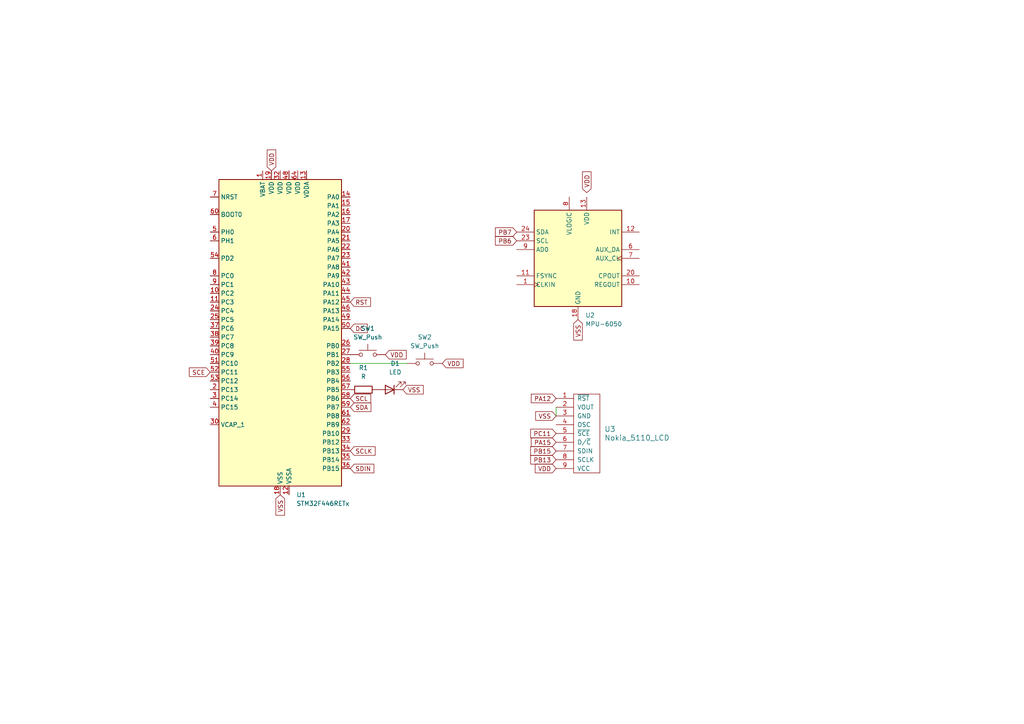
<source format=kicad_sch>
(kicad_sch (version 20250114) (generator "eeschema") (generator_version "9.0")
  (paper "A4")
  (title_block (title "Jogo do \"Mestre Mandou\"") (date "2025-06-05") (company "Fundação Escola Técnica Liberato Salzano Vieira da Cunha") (comment 1 "Marcos Zuccolotto") (comment 2 "Sistemas Microprocessados II") (comment 3 "Turma: 4411") (comment 4 "Alunos: João Pedro e Lucas Welter"))
  (lib_symbols
    (symbol "Device:LED" (pin_numbers (hide yes)) (pin_names (offset 1.016) (hide yes))
      (property "Reference" "D" (at 0 2.54 0))
      (property "Value" "LED" (at 0 -2.54 0))
      (symbol "LED_0_1"
        (polyline (pts (xy -3.048 -0.762) (xy -4.572 -2.286) (xy -3.81 -2.286) (xy -4.572 -2.286) (xy -4.572 -1.524)))
        (polyline (pts (xy -1.778 -0.762) (xy -3.302 -2.286) (xy -2.54 -2.286) (xy -3.302 -2.286) (xy -3.302 -1.524)))
        (polyline (pts (xy -1.27 0) (xy 1.27 0)))
        (polyline (pts (xy -1.27 -1.27) (xy -1.27 1.27)) (stroke (width 0.254)))
        (polyline (pts (xy 1.27 -1.27) (xy 1.27 1.27) (xy -1.27 0) (xy 1.27 -1.27)) (stroke (width 0.254)))
      )
      (symbol "LED_1_1"
        (pin passive line (at -3.81 0 0) (length 2.54) (name "K") (number "1"))
        (pin passive line (at 3.81 0 180) (length 2.54) (name "A") (number "2"))
      )
    )
    (symbol "Device:R" (pin_numbers (hide yes)) (pin_names (offset 0))
      (property "Reference" "R" (at 2.032 0 90))
      (property "Value" "R" (at 0 0 90))
      (symbol "R_0_1"
        (rectangle (start -1.016 -2.54) (end 1.016 2.54) (stroke (width 0.254)))
      )
      (symbol "R_1_1"
        (pin passive line (at 0 3.81 270) (length 1.27) (name "~") (number "1"))
        (pin passive line (at 0 -3.81 90) (length 1.27) (name "~") (number "2"))
      )
    )
    (symbol "MCU_ST_STM32F4:STM32F446RETx"
      (property "Reference" "U" (at -17.78 46.99 0))
      (property "Value" "STM32F446RETx" (at 10.16 46.99 0))
      (symbol "STM32F446RETx_0_1"
        (rectangle (start -17.78 -43.18) (end 17.78 45.72) (stroke (width 0.254)) (fill (type background)))
      )
      (symbol "STM32F446RETx_1_1"
        (pin input line (at -20.32 40.64 0) (length 2.54) (name "NRST") (number "7"))
        (pin input line (at -20.32 35.56 0) (length 2.54) (name "BOOT0") (number "60"))
        (pin bidirectional line (at -20.32 30.48 0) (length 2.54) (name "PH0") (number "5"))
        (pin bidirectional line (at -20.32 27.94 0) (length 2.54) (name "PH1") (number "6"))
        (pin bidirectional line (at -20.32 22.86 0) (length 2.54) (name "PD2") (number "54"))
        (pin bidirectional line (at -20.32 17.78 0) (length 2.54) (name "PC0") (number "8"))
        (pin bidirectional line (at -20.32 15.24 0) (length 2.54) (name "PC1") (number "9"))
        (pin bidirectional line (at -20.32 12.7 0) (length 2.54) (name "PC2") (number "10"))
        (pin bidirectional line (at -20.32 10.16 0) (length 2.54) (name "PC3") (number "11"))
        (pin bidirectional line (at -20.32 7.62 0) (length 2.54) (name "PC4") (number "24"))
        (pin bidirectional line (at -20.32 5.08 0) (length 2.54) (name "PC5") (number "25"))
        (pin bidirectional line (at -20.32 2.54 0) (length 2.54) (name "PC6") (number "37"))
        (pin bidirectional line (at -20.32 0 0) (length 2.54) (name "PC7") (number "38"))
        (pin bidirectional line (at -20.32 -2.54 0) (length 2.54) (name "PC8") (number "39"))
        (pin bidirectional line (at -20.32 -5.08 0) (length 2.54) (name "PC9") (number "40"))
        (pin bidirectional line (at -20.32 -7.62 0) (length 2.54) (name "PC10") (number "51"))
        (pin bidirectional line (at -20.32 -10.16 0) (length 2.54) (name "PC11") (number "52"))
        (pin bidirectional line (at -20.32 -12.7 0) (length 2.54) (name "PC12") (number "53"))
        (pin bidirectional line (at -20.32 -15.24 0) (length 2.54) (name "PC13") (number "2"))
        (pin bidirectional line (at -20.32 -17.78 0) (length 2.54) (name "PC14") (number "3"))
        (pin bidirectional line (at -20.32 -20.32 0) (length 2.54) (name "PC15") (number "4"))
        (pin power_out line (at -20.32 -25.4 0) (length 2.54) (name "VCAP_1") (number "30"))
        (pin power_in line (at -5.08 48.26 270) (length 2.54) (name "VBAT") (number "1"))
        (pin power_in line (at -2.54 48.26 270) (length 2.54) (name "VDD") (number "19"))
        (pin power_in line (at 0 48.26 270) (length 2.54) (name "VDD") (number "32"))
        (pin power_in line (at 0 -45.72 90) (length 2.54) (name "VSS") (number "18"))
        (pin passive line (at 0 -45.72 90) (length 2.54) (hide yes) (name "VSS") (number "31"))
        (pin passive line (at 0 -45.72 90) (length 2.54) (hide yes) (name "VSS") (number "47"))
        (pin passive line (at 0 -45.72 90) (length 2.54) (hide yes) (name "VSS") (number "63"))
        (pin power_in line (at 2.54 48.26 270) (length 2.54) (name "VDD") (number "48"))
        (pin power_in line (at 2.54 -45.72 90) (length 2.54) (name "VSSA") (number "12"))
        (pin power_in line (at 5.08 48.26 270) (length 2.54) (name "VDD") (number "64"))
        (pin power_in line (at 7.62 48.26 270) (length 2.54) (name "VDDA") (number "13"))
        (pin bidirectional line (at 20.32 40.64 180) (length 2.54) (name "PA0") (number "14"))
        (pin bidirectional line (at 20.32 38.1 180) (length 2.54) (name "PA1") (number "15"))
        (pin bidirectional line (at 20.32 35.56 180) (length 2.54) (name "PA2") (number "16"))
        (pin bidirectional line (at 20.32 33.02 180) (length 2.54) (name "PA3") (number "17"))
        (pin bidirectional line (at 20.32 30.48 180) (length 2.54) (name "PA4") (number "20"))
        (pin bidirectional line (at 20.32 27.94 180) (length 2.54) (name "PA5") (number "21"))
        (pin bidirectional line (at 20.32 25.4 180) (length 2.54) (name "PA6") (number "22"))
        (pin bidirectional line (at 20.32 22.86 180) (length 2.54) (name "PA7") (number "23"))
        (pin bidirectional line (at 20.32 20.32 180) (length 2.54) (name "PA8") (number "41"))
        (pin bidirectional line (at 20.32 17.78 180) (length 2.54) (name "PA9") (number "42"))
        (pin bidirectional line (at 20.32 15.24 180) (length 2.54) (name "PA10") (number "43"))
        (pin bidirectional line (at 20.32 12.7 180) (length 2.54) (name "PA11") (number "44"))
        (pin bidirectional line (at 20.32 10.16 180) (length 2.54) (name "PA12") (number "45"))
        (pin bidirectional line (at 20.32 7.62 180) (length 2.54) (name "PA13") (number "46"))
        (pin bidirectional line (at 20.32 5.08 180) (length 2.54) (name "PA14") (number "49"))
        (pin bidirectional line (at 20.32 2.54 180) (length 2.54) (name "PA15") (number "50"))
        (pin bidirectional line (at 20.32 -2.54 180) (length 2.54) (name "PB0") (number "26"))
        (pin bidirectional line (at 20.32 -5.08 180) (length 2.54) (name "PB1") (number "27"))
        (pin bidirectional line (at 20.32 -7.62 180) (length 2.54) (name "PB2") (number "28"))
        (pin bidirectional line (at 20.32 -10.16 180) (length 2.54) (name "PB3") (number "55"))
        (pin bidirectional line (at 20.32 -12.7 180) (length 2.54) (name "PB4") (number "56"))
        (pin bidirectional line (at 20.32 -15.24 180) (length 2.54) (name "PB5") (number "57"))
        (pin bidirectional line (at 20.32 -17.78 180) (length 2.54) (name "PB6") (number "58"))
        (pin bidirectional line (at 20.32 -20.32 180) (length 2.54) (name "PB7") (number "59"))
        (pin bidirectional line (at 20.32 -22.86 180) (length 2.54) (name "PB8") (number "61"))
        (pin bidirectional line (at 20.32 -25.4 180) (length 2.54) (name "PB9") (number "62"))
        (pin bidirectional line (at 20.32 -27.94 180) (length 2.54) (name "PB10") (number "29"))
        (pin bidirectional line (at 20.32 -30.48 180) (length 2.54) (name "PB12") (number "33"))
        (pin bidirectional line (at 20.32 -33.02 180) (length 2.54) (name "PB13") (number "34"))
        (pin bidirectional line (at 20.32 -35.56 180) (length 2.54) (name "PB14") (number "35"))
        (pin bidirectional line (at 20.32 -38.1 180) (length 2.54) (name "PB15") (number "36"))
      )
    )
    (symbol "Sensor_Motion:MPU-6050"
      (property "Reference" "U" (at -11.43 13.97 0))
      (property "Value" "MPU-6050" (at 7.62 -15.24 0))
      (symbol "MPU-6050_0_0"
        (text "" (at 12.7 -2.54 0) (effects (font (size 1.27 1.27))))
      )
      (symbol "MPU-6050_0_1"
        (rectangle (start -12.7 13.97) (end 12.7 -13.97) (stroke (width 0.254)) (fill (type background)))
      )
      (symbol "MPU-6050_1_1"
        (pin bidirectional line (at -17.78 7.62 0) (length 5.08) (name "SDA") (number "24"))
        (pin input line (at -17.78 5.08 0) (length 5.08) (name "SCL") (number "23"))
        (pin input line (at -17.78 2.54 0) (length 5.08) (name "AD0") (number "9"))
        (pin input line (at -17.78 -5.08 0) (length 5.08) (name "FSYNC") (number "11"))
        (pin input clock (at -17.78 -7.62 0) (length 5.08) (name "CLKIN") (number "1"))
        (pin no_connect line (at -12.7 12.7 0) (length 2.54) (hide yes) (name "NC") (number "2"))
        (pin no_connect line (at -12.7 10.16 0) (length 2.54) (hide yes) (name "NC") (number "3"))
        (pin no_connect line (at -12.7 0 0) (length 2.54) (hide yes) (name "NC") (number "4"))
        (pin no_connect line (at -12.7 -2.54 0) (length 2.54) (hide yes) (name "NC") (number "5"))
        (pin no_connect line (at -12.7 -10.16 0) (length 2.54) (hide yes) (name "NC") (number "14"))
        (pin power_in line (at -2.54 17.78 270) (length 3.81) (name "VLOGIC") (number "8"))
        (pin power_in line (at 0 -17.78 90) (length 3.81) (name "GND") (number "18"))
        (pin power_in line (at 2.54 17.78 270) (length 3.81) (name "VDD") (number "13"))
        (pin no_connect line (at 12.7 12.7 180) (length 2.54) (hide yes) (name "NC") (number "15"))
        (pin no_connect line (at 12.7 10.16 180) (length 2.54) (hide yes) (name "NC") (number "16"))
        (pin no_connect line (at 12.7 5.08 180) (length 2.54) (hide yes) (name "NC") (number "17"))
        (pin no_connect line (at 12.7 -2.54 180) (length 2.54) (hide yes) (name "RESV") (number "21"))
        (pin no_connect line (at 12.7 -10.16 180) (length 2.54) (hide yes) (name "RESV") (number "19"))
        (pin no_connect line (at 12.7 -12.7 180) (length 2.54) (hide yes) (name "RESV") (number "22"))
        (pin output line (at 17.78 7.62 180) (length 5.08) (name "INT") (number "12"))
        (pin bidirectional line (at 17.78 2.54 180) (length 5.08) (name "AUX_DA") (number "6"))
        (pin output clock (at 17.78 0 180) (length 5.08) (name "AUX_CL") (number "7"))
        (pin passive line (at 17.78 -5.08 180) (length 5.08) (name "CPOUT") (number "20"))
        (pin passive line (at 17.78 -7.62 180) (length 5.08) (name "REGOUT") (number "10"))
      )
    )
    (symbol "Switch:SW_Push" (pin_numbers (hide yes)) (pin_names (offset 1.016) (hide yes))
      (property "Reference" "SW" (at 1.27 2.54 0))
      (property "Value" "SW_Push" (at 0 -1.524 0))
      (symbol "SW_Push_0_1"
        (circle (center -2.032 0) (radius 0.508))
        (polyline (pts (xy 0 1.27) (xy 0 3.048)))
        (circle (center 2.032 0) (radius 0.508))
        (polyline (pts (xy 2.54 1.27) (xy -2.54 1.27)))
        (pin passive line (at -5.08 0 0) (length 2.54) (name "1") (number "1"))
        (pin passive line (at 5.08 0 180) (length 2.54) (name "2") (number "2"))
      )
    )
    (symbol "nokia_5110-3310_lcd:Nokia_5110_LCD" (pin_names (offset 1.016))
      (property "Reference" "U" (at 0 -13.97 0))
      (property "Value" "Nokia_5110_LCD" (at 6.35 0 90))
      (symbol "Nokia_5110_LCD_0_1"
        (rectangle (start -3.81 11.43) (end 3.81 -11.43))
      )
      (symbol "Nokia_5110_LCD_1_1"
        (pin passive line (at -8.89 10.16 0) (length 5.08) (name "~{RST}") (number "1"))
        (pin passive line (at -8.89 7.62 0) (length 5.08) (name "VOUT") (number "2"))
        (pin power_in line (at -8.89 5.08 0) (length 5.08) (name "GND") (number "3"))
        (pin passive line (at -8.89 2.54 0) (length 5.08) (name "OSC") (number "4"))
        (pin passive line (at -8.89 0 0) (length 5.08) (name "~{SCE}") (number "5"))
        (pin passive line (at -8.89 -2.54 0) (length 5.08) (name "D/~{C}") (number "6"))
        (pin passive line (at -8.89 -5.08 0) (length 5.08) (name "SDIN") (number "7"))
        (pin passive line (at -8.89 -7.62 0) (length 5.08) (name "SCLK") (number "8"))
        (pin power_in line (at -8.89 -10.16 0) (length 5.08) (name "VCC") (number "9"))
      )
    )
  )
  (wire (pts (xy 161.29 118.11) (xy 161.29 120.65)))
  (wire (pts (xy 101.6 105.41) (xy 118.11 105.41)))
  (global_label "SDA" (shape input) (at 101.6 118.11 0) (property "Intersheetrefs" "${INTERSHEET_REFS}" (effects (hide yes))))
  (global_label "SCE" (shape input) (at 60.96 107.95 180) (property "Intersheetrefs" "${INTERSHEET_REFS}" (effects (hide yes))))
  (global_label "VSS" (shape input) (at 81.28 143.51 270) (property "Intersheetrefs" "${INTERSHEET_REFS}" (effects (hide yes))))
  (global_label "VSS" (shape input) (at 116.84 113.03 0) (property "Intersheetrefs" "${INTERSHEET_REFS}" (effects (hide yes))))
  (global_label "SDIN" (shape input) (at 101.6 135.89 0) (property "Intersheetrefs" "${INTERSHEET_REFS}" (effects (hide yes))))
  (global_label "SCL" (shape input) (at 101.6 115.57 0) (property "Intersheetrefs" "${INTERSHEET_REFS}" (effects (hide yes))))
  (global_label "VDD" (shape input) (at 78.74 49.53 90) (property "Intersheetrefs" "${INTERSHEET_REFS}" (effects (hide yes))))
  (global_label "VSS" (shape input) (at 161.29 120.65 180) (property "Intersheetrefs" "${INTERSHEET_REFS}" (effects (hide yes))))
  (global_label "RST" (shape input) (at 101.6 87.63 0) (property "Intersheetrefs" "${INTERSHEET_REFS}" (effects (hide yes))))
  (global_label "PB6" (shape input) (at 149.86 69.85 180) (property "Intersheetrefs" "${INTERSHEET_REFS}" (effects (hide yes))))
  (global_label "VDD" (shape input) (at 170.18 55.88 90) (property "Intersheetrefs" "${INTERSHEET_REFS}" (effects (hide yes))))
  (global_label "VDD" (shape input) (at 128.27 105.41 0) (property "Intersheetrefs" "${INTERSHEET_REFS}" (effects (hide yes))))
  (global_label "PB7" (shape input) (at 149.86 67.31 180) (property "Intersheetrefs" "${INTERSHEET_REFS}" (effects (hide yes))))
  (global_label "DC" (shape input) (at 101.6 95.25 0) (property "Intersheetrefs" "${INTERSHEET_REFS}" (effects (hide yes))))
  (global_label "PA12" (shape input) (at 161.29 115.57 180) (property "Intersheetrefs" "${INTERSHEET_REFS}" (effects (hide yes))))
  (global_label "PA15" (shape input) (at 161.29 128.27 180) (property "Intersheetrefs" "${INTERSHEET_REFS}" (effects (hide yes))))
  (global_label "VDD" (shape input) (at 161.29 135.89 180) (property "Intersheetrefs" "${INTERSHEET_REFS}" (effects (hide yes))))
  (global_label "VDD" (shape input) (at 111.76 102.87 0) (property "Intersheetrefs" "${INTERSHEET_REFS}" (effects (hide yes))))
  (global_label "PB15" (shape input) (at 161.29 130.81 180) (property "Intersheetrefs" "${INTERSHEET_REFS}" (effects (hide yes))))
  (global_label "SCLK" (shape input) (at 101.6 130.81 0) (property "Intersheetrefs" "${INTERSHEET_REFS}" (effects (hide yes))))
  (global_label "PB13" (shape input) (at 161.29 133.35 180) (property "Intersheetrefs" "${INTERSHEET_REFS}" (effects (hide yes))))
  (global_label "PC11" (shape input) (at 161.29 125.73 180) (property "Intersheetrefs" "${INTERSHEET_REFS}" (effects (hide yes))))
  (global_label "VSS" (shape input) (at 167.64 92.71 270) (property "Intersheetrefs" "${INTERSHEET_REFS}" (effects (hide yes))))
  (symbol (lib_id "MCU_ST_STM32F4:STM32F446RETx") (at 81.28 97.79 0) (unit 1)
    (property "Reference" "U1" (at 85.9633 143.51 0) (effects (justify left)))
    (property "Value" "STM32F446RETx" (at 85.9633 146.05 0) (effects (justify left)))
    (property "Footprint" "Package_QFP:LQFP-64_10x10mm_P0.5mm" (effects (hide yes)))
    (property "Datasheet" "https://www.st.com/resource/en/datasheet/stm32f446re.pdf" (effects (hide yes)))
    (property "Description" "STMicroelectronics Arm Cortex-M4 MCU, 512KB flash, 128KB RAM, 180 MHz, 1.8-3.6V, 50 GPIO, LQFP64" (effects (hide yes)))
  )
  (symbol (lib_id "Device:R") (at 105.41 113.03 270) (unit 1)
    (property "Reference" "R1" (at 105.41 106.68 90))
    (property "Value" "R" (at 105.41 109.22 90))
    (property "Description" "Resistor" (effects (hide yes)))
  )
  (symbol (lib_id "Sensor_Motion:MPU-6050") (at 167.64 74.93 0) (unit 1)
    (property "Reference" "U2" (at 169.7833 91.44 0) (effects (justify left)))
    (property "Value" "MPU-6050" (at 169.7833 93.98 0) (effects (justify left)))
    (property "Footprint" "Sensor_Motion:InvenSense_QFN-24_4x4mm_P0.5mm" (effects (hide yes)))
    (property "Datasheet" "https://invensense.tdk.com/wp-content/uploads/2015/02/MPU-6000-Datasheet1.pdf" (effects (hide yes)))
    (property "Description" "InvenSense 6-Axis Motion Sensor, Gyroscope, Accelerometer, I2C" (effects (hide yes)))
  )
  (symbol (lib_id "Switch:SW_Push") (at 106.68 102.87 0) (unit 1)
    (property "Reference" "SW1" (at 106.68 95.25 0))
    (property "Value" "SW_Push" (at 106.68 97.79 0))
    (property "Description" "Push button switch, generic, two pins" (effects (hide yes)))
  )
  (symbol (lib_id "Switch:SW_Push") (at 123.19 105.41 0) (unit 1)
    (property "Reference" "SW2" (at 123.19 97.79 0))
    (property "Value" "SW_Push" (at 123.19 100.33 0))
    (property "Description" "Push button switch, generic, two pins" (effects (hide yes)))
  )
  (symbol (lib_id "nokia_5110-3310_lcd:Nokia_5110_LCD") (at 170.18 125.73 0) (unit 1)
    (property "Reference" "U3" (at 175.26 124.4599 0) (effects (font (size 1.524 1.524)) (justify left)))
    (property "Value" "Nokia_5110_LCD" (at 175.26 126.9999 0) (effects (font (size 1.524 1.524)) (justify left)))
  )
  (symbol (lib_id "Device:LED") (at 113.03 113.03 180) (unit 1)
    (property "Reference" "D1" (at 114.6175 105.41 0))
    (property "Value" "LED" (at 114.6175 107.95 0))
    (property "Description" "Light emitting diode" (effects (hide yes)))
    (property "Sim.Pins" "1=K 2=A" (effects (hide yes)))
  )
)
</source>
